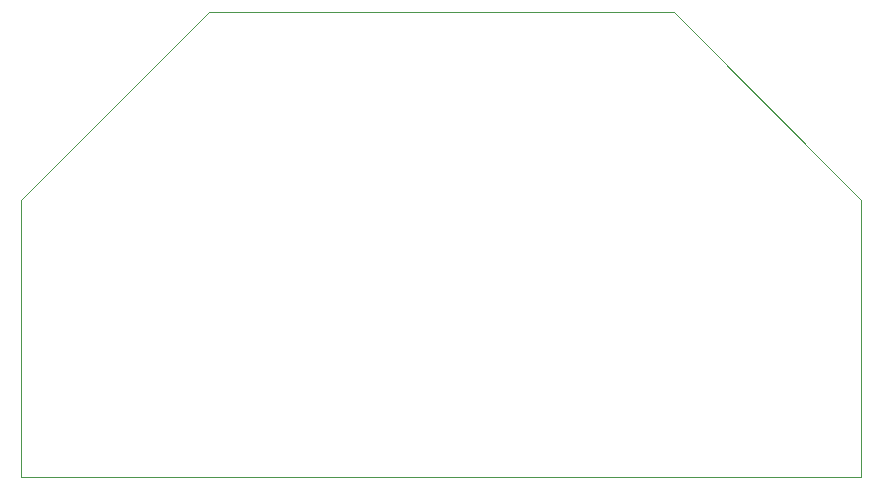
<source format=gbr>
%TF.GenerationSoftware,KiCad,Pcbnew,(5.1.8)-1*%
%TF.CreationDate,2025-01-30T23:00:43+03:00*%
%TF.ProjectId,Reg,5265672e-6b69-4636-9164-5f7063625858,rev?*%
%TF.SameCoordinates,Original*%
%TF.FileFunction,Profile,NP*%
%FSLAX46Y46*%
G04 Gerber Fmt 4.6, Leading zero omitted, Abs format (unit mm)*
G04 Created by KiCad (PCBNEW (5.1.8)-1) date 2025-01-30 23:00:43*
%MOMM*%
%LPD*%
G01*
G04 APERTURE LIST*
%TA.AperFunction,Profile*%
%ADD10C,0.050000*%
%TD*%
G04 APERTURE END LIST*
D10*
X121920000Y-33020000D02*
X106040000Y-17145000D01*
X50800000Y-33020000D02*
X66675000Y-17145000D01*
X50800000Y-33020000D02*
X50800000Y-56515000D01*
X106040000Y-17145000D02*
X66675000Y-17145000D01*
X121920000Y-56515000D02*
X121920000Y-33020000D01*
X50800000Y-56515000D02*
X121920000Y-56515000D01*
M02*

</source>
